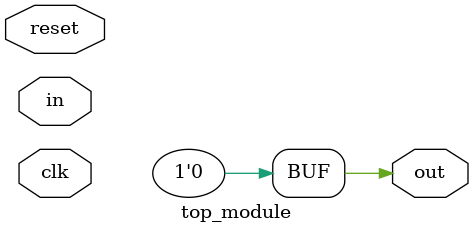
<source format=sv>
module top_module (
    input clk,
    input in,
    input reset,
    output out
);

// Define the 4 states
typedef enum logic [1:0] {
    A,
    B,
    C,
    D
} state_type;

// Define the current state and the next state
reg state_reg;
reg next_state;

always_ff @(posedge clk) begin
    if (reset) begin
        state_reg <= A; // Reset to initial state A
    end else begin
        state_reg <= next_state; // Transition to next state
    end
end

always_comb begin
    case (state_reg)
        A: begin
            if (in) begin
                next_state = B;
            end else begin
                next_state = A;
            end
        end
        
        B: begin
            if (in) begin
                next_state = B;
            end else begin
                next_state = C;
            end
        end
        
        C: begin
            if (in) begin
                next_state = D;
            end else begin
                next_state = A;
            end
        end
        
        D: begin
            if (in) begin
                next_state = B;
            end else begin
                next_state = C;
            end
        end
    endcase
end

assign out = (state_reg == D) ? 1 : 0;

endmodule

</source>
